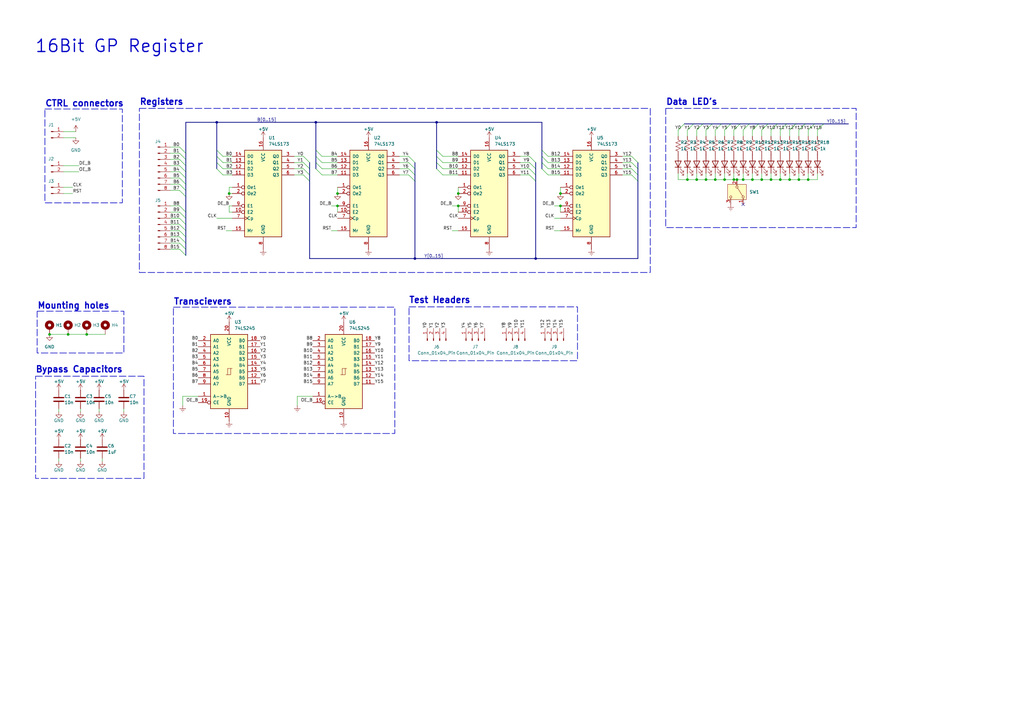
<source format=kicad_sch>
(kicad_sch (version 20231120) (generator "eeschema") (generator_version "8.0")
  (paper "A3")
  (title_block (title "GP Register - SH8") (date "2024-09-24") (rev "1.0") (company "SHMERLARD"))
  (junction (at 20.32 137.16))
  (junction (at 316.23 73.66))
  (junction (at 302.26 73.66))
  (junction (at 170.18 106.045))
  (junction (at 179.07 50.165))
  (junction (at 312.42 73.66))
  (junction (at 129.54 50.165))
  (junction (at 219.71 106.045))
  (junction (at 138.43 84.455))
  (junction (at 289.56 73.66))
  (junction (at 187.96 79.375))
  (junction (at 308.61 73.66))
  (junction (at 27.94 137.16))
  (junction (at 138.43 79.375))
  (junction (at 187.96 84.455))
  (junction (at 304.8 73.66))
  (junction (at 35.56 137.16))
  (junction (at 93.98 79.375))
  (junction (at 285.75 73.66))
  (junction (at 331.47 73.66))
  (junction (at 88.9 50.165))
  (junction (at 327.66 73.66))
  (junction (at 323.85 73.66))
  (junction (at 300.99 73.66))
  (junction (at 293.37 73.66))
  (junction (at 297.18 73.66))
  (junction (at 229.87 84.455))
  (junction (at 320.04 73.66))
  (junction (at 229.87 79.375))
  (junction (at 281.94 73.66))
  (no_connect (at 304.8 83.82))
  (bus_entry (at 278.13 53.34) (size 2.54 -2.54))
  (bus_entry (at 124.46 71.755) (size 2.54 2.54))
  (bus_entry (at 331.47 53.34) (size 2.54 -2.54))
  (bus_entry (at 308.61 53.34) (size 2.54 -2.54))
  (bus_entry (at 73.66 86.995) (size 2.54 2.54))
  (bus_entry (at 224.79 64.135) (size -2.54 -2.54))
  (bus_entry (at 73.66 60.325) (size 2.54 2.54))
  (bus_entry (at 73.66 65.405) (size 2.54 2.54))
  (bus_entry (at 167.64 66.675) (size 2.54 2.54))
  (bus_entry (at 124.46 64.135) (size 2.54 2.54))
  (bus_entry (at 181.61 69.215) (size -2.54 -2.54))
  (bus_entry (at 181.61 71.755) (size -2.54 -2.54))
  (bus_entry (at 73.66 73.025) (size 2.54 2.54))
  (bus_entry (at 259.08 64.135) (size 2.54 2.54))
  (bus_entry (at 167.64 64.135) (size 2.54 2.54))
  (bus_entry (at 217.17 69.215) (size 2.54 2.54))
  (bus_entry (at 181.61 64.135) (size -2.54 -2.54))
  (bus_entry (at 73.66 75.565) (size 2.54 2.54))
  (bus_entry (at 132.08 71.755) (size -2.54 -2.54))
  (bus_entry (at 217.17 71.755) (size 2.54 2.54))
  (bus_entry (at 259.08 66.675) (size 2.54 2.54))
  (bus_entry (at 132.08 66.675) (size -2.54 -2.54))
  (bus_entry (at 285.75 53.34) (size 2.54 -2.54))
  (bus_entry (at 327.66 53.34) (size 2.54 -2.54))
  (bus_entry (at 167.64 69.215) (size 2.54 2.54))
  (bus_entry (at 224.79 66.675) (size -2.54 -2.54))
  (bus_entry (at 259.08 69.215) (size 2.54 2.54))
  (bus_entry (at 73.66 62.865) (size 2.54 2.54))
  (bus_entry (at 312.42 53.34) (size 2.54 -2.54))
  (bus_entry (at 132.08 69.215) (size -2.54 -2.54))
  (bus_entry (at 320.04 53.34) (size 2.54 -2.54))
  (bus_entry (at 224.79 71.755) (size -2.54 -2.54))
  (bus_entry (at 289.56 53.34) (size 2.54 -2.54))
  (bus_entry (at 124.46 66.675) (size 2.54 2.54))
  (bus_entry (at 217.17 66.675) (size 2.54 2.54))
  (bus_entry (at 323.85 53.34) (size 2.54 -2.54))
  (bus_entry (at 281.94 53.34) (size 2.54 -2.54))
  (bus_entry (at 181.61 66.675) (size -2.54 -2.54))
  (bus_entry (at 224.79 69.215) (size -2.54 -2.54))
  (bus_entry (at 335.28 53.34) (size 2.54 -2.54))
  (bus_entry (at 73.66 94.615) (size 2.54 2.54))
  (bus_entry (at 300.99 53.34) (size 2.54 -2.54))
  (bus_entry (at 73.66 102.235) (size 2.54 2.54))
  (bus_entry (at 73.66 92.075) (size 2.54 2.54))
  (bus_entry (at 73.66 97.155) (size 2.54 2.54))
  (bus_entry (at 259.08 71.755) (size 2.54 2.54))
  (bus_entry (at 304.8 53.34) (size 2.54 -2.54))
  (bus_entry (at 73.66 67.945) (size 2.54 2.54))
  (bus_entry (at 91.44 69.215) (size -2.54 -2.54))
  (bus_entry (at 73.66 70.485) (size 2.54 2.54))
  (bus_entry (at 297.18 53.34) (size 2.54 -2.54))
  (bus_entry (at 316.23 53.34) (size 2.54 -2.54))
  (bus_entry (at 73.66 78.105) (size 2.54 2.54))
  (bus_entry (at 167.64 71.755) (size 2.54 2.54))
  (bus_entry (at 217.17 64.135) (size 2.54 2.54))
  (bus_entry (at 124.46 69.215) (size 2.54 2.54))
  (bus_entry (at 91.44 71.755) (size -2.54 -2.54))
  (bus_entry (at 73.66 89.535) (size 2.54 2.54))
  (bus_entry (at 91.44 66.675) (size -2.54 -2.54))
  (bus_entry (at 91.44 64.135) (size -2.54 -2.54))
  (bus_entry (at 73.66 84.455) (size 2.54 2.54))
  (bus_entry (at 73.66 99.695) (size 2.54 2.54))
  (bus_entry (at 293.37 53.34) (size 2.54 -2.54))
  (bus_entry (at 132.08 64.135) (size -2.54 -2.54))
  (bus (pts (xy 288.29 50.8) (xy 292.1 50.8)))
  (wire (pts (xy 213.36 66.675) (xy 217.17 66.675)))
  (wire (pts (xy 187.96 84.455) (xy 185.42 84.455)))
  (wire (pts (xy 91.44 66.675) (xy 95.25 66.675)))
  (bus (pts (xy 127 106.045) (xy 170.18 106.045)))
  (bus (pts (xy 129.54 66.675) (xy 129.54 69.215)))
  (wire (pts (xy 69.85 78.105) (xy 73.66 78.105)))
  (wire (pts (xy 33.02 187.96) (xy 33.02 189.23)))
  (wire (pts (xy 320.04 53.34) (xy 320.04 55.88)))
  (bus (pts (xy 326.39 50.8) (xy 330.2 50.8)))
  (bus (pts (xy 284.48 50.8) (xy 288.29 50.8)))
  (wire (pts (xy 331.47 73.66) (xy 335.28 73.66)))
  (bus (pts (xy 76.2 65.405) (xy 76.2 62.865)))
  (wire (pts (xy 229.87 79.375) (xy 229.87 76.835)))
  (bus (pts (xy 322.58 50.8) (xy 326.39 50.8)))
  (wire (pts (xy 316.23 53.34) (xy 316.23 55.88)))
  (bus (pts (xy 334.01 50.8) (xy 337.82 50.8)))
  (wire (pts (xy 289.56 53.34) (xy 289.56 55.88)))
  (bus (pts (xy 88.9 64.135) (xy 88.9 61.595)))
  (bus (pts (xy 129.54 50.165) (xy 129.54 61.595)))
  (wire (pts (xy 132.08 71.755) (xy 138.43 71.755)))
  (wire (pts (xy 73.66 99.695) (xy 69.85 99.695)))
  (wire (pts (xy 300.99 73.66) (xy 300.99 71.12)))
  (wire (pts (xy 163.83 66.675) (xy 167.64 66.675)))
  (bus (pts (xy 219.71 66.675) (xy 219.71 69.215)))
  (bus (pts (xy 222.25 66.675) (xy 222.25 69.215)))
  (bus (pts (xy 337.82 50.8) (xy 347.98 50.8)))
  (bus (pts (xy 76.2 73.025) (xy 76.2 75.565)))
  (wire (pts (xy 304.8 73.66) (xy 308.61 73.66)))
  (wire (pts (xy 93.98 86.995) (xy 95.25 86.995)))
  (wire (pts (xy 285.75 73.66) (xy 289.56 73.66)))
  (bus (pts (xy 127 69.215) (xy 127 71.755)))
  (wire (pts (xy 69.85 62.865) (xy 73.66 62.865)))
  (wire (pts (xy 293.37 73.66) (xy 293.37 71.12)))
  (wire (pts (xy 88.9 89.535) (xy 95.25 89.535)))
  (bus (pts (xy 261.62 66.675) (xy 261.62 69.215)))
  (wire (pts (xy 255.27 69.215) (xy 259.08 69.215)))
  (bus (pts (xy 219.71 71.755) (xy 219.71 74.295)))
  (bus (pts (xy 76.2 86.995) (xy 76.2 89.535)))
  (bus (pts (xy 170.18 74.295) (xy 170.18 106.045)))
  (bus (pts (xy 314.96 50.8) (xy 318.77 50.8)))
  (wire (pts (xy 185.42 94.615) (xy 187.96 94.615)))
  (bus (pts (xy 299.72 50.8) (xy 303.53 50.8)))
  (bus (pts (xy 76.2 97.155) (xy 76.2 99.695)))
  (wire (pts (xy 24.13 187.96) (xy 24.13 189.23)))
  (wire (pts (xy 308.61 73.66) (xy 312.42 73.66)))
  (bus (pts (xy 222.25 64.135) (xy 222.25 66.675)))
  (wire (pts (xy 327.66 73.66) (xy 327.66 71.12)))
  (wire (pts (xy 316.23 73.66) (xy 320.04 73.66)))
  (wire (pts (xy 41.91 187.96) (xy 41.91 189.23)))
  (wire (pts (xy 35.56 137.16) (xy 43.18 137.16)))
  (wire (pts (xy 312.42 53.34) (xy 312.42 55.88)))
  (wire (pts (xy 187.96 79.375) (xy 187.96 76.835)))
  (wire (pts (xy 91.44 71.755) (xy 95.25 71.755)))
  (bus (pts (xy 76.2 70.485) (xy 76.2 73.025)))
  (bus (pts (xy 261.62 69.215) (xy 261.62 71.755)))
  (bus (pts (xy 170.18 71.755) (xy 170.18 74.295)))
  (bus (pts (xy 76.2 70.485) (xy 76.2 67.945)))
  (wire (pts (xy 93.98 79.375) (xy 95.25 79.375)))
  (bus (pts (xy 261.62 74.295) (xy 261.62 106.045)))
  (wire (pts (xy 304.8 73.66) (xy 304.8 71.12)))
  (wire (pts (xy 278.13 73.66) (xy 281.94 73.66)))
  (wire (pts (xy 327.66 73.66) (xy 331.47 73.66)))
  (bus (pts (xy 170.18 106.045) (xy 219.71 106.045)))
  (wire (pts (xy 93.98 84.455) (xy 95.25 84.455)))
  (bus (pts (xy 88.9 69.215) (xy 88.9 66.675)))
  (wire (pts (xy 121.92 162.56) (xy 128.27 162.56)))
  (wire (pts (xy 132.08 66.675) (xy 138.43 66.675)))
  (wire (pts (xy 278.13 53.34) (xy 278.13 55.88)))
  (wire (pts (xy 281.94 53.34) (xy 281.94 55.88)))
  (wire (pts (xy 132.08 69.215) (xy 138.43 69.215)))
  (wire (pts (xy 120.65 64.135) (xy 124.46 64.135)))
  (bus (pts (xy 261.62 71.755) (xy 261.62 74.295)))
  (bus (pts (xy 219.71 69.215) (xy 219.71 71.755)))
  (bus (pts (xy 88.9 50.165) (xy 88.9 61.595)))
  (wire (pts (xy 73.66 97.155) (xy 69.85 97.155)))
  (bus (pts (xy 129.54 50.165) (xy 179.07 50.165)))
  (wire (pts (xy 27.94 137.16) (xy 35.56 137.16)))
  (wire (pts (xy 281.94 73.66) (xy 281.94 71.12)))
  (wire (pts (xy 73.66 86.995) (xy 69.85 86.995)))
  (wire (pts (xy 135.89 94.615) (xy 138.43 94.615)))
  (bus (pts (xy 88.9 50.165) (xy 129.54 50.165)))
  (bus (pts (xy 222.25 50.165) (xy 222.25 61.595)))
  (wire (pts (xy 213.36 71.755) (xy 217.17 71.755)))
  (bus (pts (xy 76.2 92.075) (xy 76.2 94.615)))
  (wire (pts (xy 323.85 73.66) (xy 327.66 73.66)))
  (bus (pts (xy 311.15 50.8) (xy 314.96 50.8)))
  (bus (pts (xy 219.71 106.045) (xy 261.62 106.045)))
  (bus (pts (xy 76.2 67.945) (xy 76.2 65.405)))
  (bus (pts (xy 88.9 66.675) (xy 88.9 64.135)))
  (wire (pts (xy 297.18 53.34) (xy 297.18 55.88)))
  (bus (pts (xy 295.91 50.8) (xy 299.72 50.8)))
  (wire (pts (xy 213.36 69.215) (xy 217.17 69.215)))
  (bus (pts (xy 127 66.675) (xy 127 69.215)))
  (wire (pts (xy 32.385 70.485) (xy 26.035 70.485)))
  (bus (pts (xy 76.2 50.165) (xy 88.9 50.165)))
  (wire (pts (xy 73.66 84.455) (xy 69.85 84.455)))
  (bus (pts (xy 127 74.295) (xy 127 106.045)))
  (wire (pts (xy 320.04 73.66) (xy 320.04 71.12)))
  (wire (pts (xy 95.25 76.835) (xy 93.98 76.835)))
  (wire (pts (xy 229.87 86.995) (xy 229.87 84.455)))
  (wire (pts (xy 213.36 64.135) (xy 217.17 64.135)))
  (wire (pts (xy 120.65 69.215) (xy 124.46 69.215)))
  (wire (pts (xy 93.98 84.455) (xy 93.98 86.995)))
  (bus (pts (xy 76.2 78.105) (xy 76.2 75.565)))
  (wire (pts (xy 278.13 73.66) (xy 278.13 71.12)))
  (bus (pts (xy 76.2 104.775) (xy 76.2 102.235)))
  (bus (pts (xy 303.53 50.8) (xy 307.34 50.8)))
  (wire (pts (xy 224.79 69.215) (xy 229.87 69.215)))
  (bus (pts (xy 330.2 50.8) (xy 334.01 50.8)))
  (bus (pts (xy 179.07 64.135) (xy 179.07 66.675)))
  (wire (pts (xy 40.64 167.64) (xy 40.64 168.91)))
  (bus (pts (xy 179.07 61.595) (xy 179.07 50.165)))
  (bus (pts (xy 179.07 50.165) (xy 222.25 50.165)))
  (wire (pts (xy 138.43 86.995) (xy 138.43 84.455)))
  (wire (pts (xy 33.02 167.64) (xy 33.02 168.91)))
  (wire (pts (xy 69.85 65.405) (xy 73.66 65.405)))
  (wire (pts (xy 187.96 86.995) (xy 187.96 84.455)))
  (wire (pts (xy 69.85 75.565) (xy 73.66 75.565)))
  (wire (pts (xy 289.56 73.66) (xy 293.37 73.66)))
  (wire (pts (xy 331.47 73.66) (xy 331.47 71.12)))
  (wire (pts (xy 163.83 71.755) (xy 167.64 71.755)))
  (wire (pts (xy 293.37 53.34) (xy 293.37 55.88)))
  (bus (pts (xy 76.2 62.865) (xy 76.2 50.165)))
  (wire (pts (xy 289.56 73.66) (xy 289.56 71.12)))
  (wire (pts (xy 335.28 53.34) (xy 335.28 55.88)))
  (wire (pts (xy 229.87 84.455) (xy 227.33 84.455)))
  (wire (pts (xy 69.85 73.025) (xy 73.66 73.025)))
  (wire (pts (xy 92.71 94.615) (xy 95.25 94.615)))
  (wire (pts (xy 300.99 53.34) (xy 300.99 55.88)))
  (wire (pts (xy 181.61 66.675) (xy 187.96 66.675)))
  (wire (pts (xy 132.08 64.135) (xy 138.43 64.135)))
  (wire (pts (xy 255.27 66.675) (xy 259.08 66.675)))
  (bus (pts (xy 307.34 50.8) (xy 311.15 50.8)))
  (wire (pts (xy 73.66 89.535) (xy 69.85 89.535)))
  (wire (pts (xy 331.47 53.34) (xy 331.47 55.88)))
  (wire (pts (xy 229.87 89.535) (xy 227.33 89.535)))
  (bus (pts (xy 76.2 99.695) (xy 76.2 102.235)))
  (bus (pts (xy 179.07 66.675) (xy 179.07 69.215)))
  (bus (pts (xy 76.2 92.075) (xy 76.2 89.535)))
  (wire (pts (xy 181.61 71.755) (xy 187.96 71.755)))
  (bus (pts (xy 292.1 50.8) (xy 295.91 50.8)))
  (bus (pts (xy 76.2 94.615) (xy 76.2 97.155)))
  (wire (pts (xy 91.44 69.215) (xy 95.25 69.215)))
  (wire (pts (xy 327.66 53.34) (xy 327.66 55.88)))
  (wire (pts (xy 26.035 76.835) (xy 29.845 76.835)))
  (bus (pts (xy 318.77 50.8) (xy 322.58 50.8)))
  (wire (pts (xy 281.94 73.66) (xy 285.75 73.66)))
  (wire (pts (xy 29.845 79.375) (xy 26.035 79.375)))
  (wire (pts (xy 69.85 60.325) (xy 73.66 60.325)))
  (wire (pts (xy 224.79 71.755) (xy 229.87 71.755)))
  (wire (pts (xy 91.44 64.135) (xy 95.25 64.135)))
  (wire (pts (xy 302.26 73.66) (xy 304.8 73.66)))
  (wire (pts (xy 227.33 94.615) (xy 229.87 94.615)))
  (wire (pts (xy 121.92 166.37) (xy 121.92 162.56)))
  (wire (pts (xy 50.8 167.64) (xy 50.8 168.91)))
  (bus (pts (xy 170.18 69.215) (xy 170.18 71.755)))
  (wire (pts (xy 320.04 73.66) (xy 323.85 73.66)))
  (wire (pts (xy 73.66 92.075) (xy 69.85 92.075)))
  (wire (pts (xy 255.27 71.755) (xy 259.08 71.755)))
  (wire (pts (xy 297.18 73.66) (xy 300.99 73.66)))
  (bus (pts (xy 179.07 61.595) (xy 179.07 64.135)))
  (wire (pts (xy 31.115 56.515) (xy 26.035 56.515)))
  (wire (pts (xy 138.43 84.455) (xy 135.89 84.455)))
  (wire (pts (xy 304.8 53.34) (xy 304.8 55.88)))
  (wire (pts (xy 255.27 64.135) (xy 259.08 64.135)))
  (wire (pts (xy 181.61 64.135) (xy 187.96 64.135)))
  (wire (pts (xy 163.83 64.135) (xy 167.64 64.135)))
  (bus (pts (xy 129.54 61.595) (xy 129.54 64.135)))
  (bus (pts (xy 219.71 74.295) (xy 219.71 106.045)))
  (wire (pts (xy 316.23 73.66) (xy 316.23 71.12)))
  (wire (pts (xy 323.85 53.34) (xy 323.85 55.88)))
  (wire (pts (xy 120.65 71.755) (xy 124.46 71.755)))
  (wire (pts (xy 285.75 53.34) (xy 285.75 55.88)))
  (wire (pts (xy 93.98 76.835) (xy 93.98 79.375)))
  (wire (pts (xy 74.93 166.37) (xy 74.93 162.56)))
  (wire (pts (xy 31.115 53.975) (xy 26.035 53.975)))
  (wire (pts (xy 323.85 73.66) (xy 323.85 71.12)))
  (wire (pts (xy 138.43 79.375) (xy 138.43 76.835)))
  (wire (pts (xy 224.79 66.675) (xy 229.87 66.675)))
  (wire (pts (xy 73.66 102.235) (xy 69.85 102.235)))
  (wire (pts (xy 308.61 53.34) (xy 308.61 55.88)))
  (wire (pts (xy 120.65 66.675) (xy 124.46 66.675)))
  (wire (pts (xy 73.66 94.615) (xy 69.85 94.615)))
  (wire (pts (xy 308.61 73.66) (xy 308.61 71.12)))
  (wire (pts (xy 163.83 69.215) (xy 167.64 69.215)))
  (wire (pts (xy 335.28 73.66) (xy 335.28 71.12)))
  (wire (pts (xy 74.93 162.56) (xy 81.28 162.56)))
  (wire (pts (xy 293.37 73.66) (xy 297.18 73.66)))
  (wire (pts (xy 312.42 73.66) (xy 316.23 73.66)))
  (bus (pts (xy 280.67 50.8) (xy 284.48 50.8)))
  (wire (pts (xy 224.79 64.135) (xy 229.87 64.135)))
  (wire (pts (xy 300.99 73.66) (xy 302.26 73.66)))
  (wire (pts (xy 297.18 73.66) (xy 297.18 71.12)))
  (wire (pts (xy 69.85 67.945) (xy 73.66 67.945)))
  (wire (pts (xy 20.32 137.16) (xy 27.94 137.16)))
  (bus (pts (xy 76.2 80.645) (xy 76.2 78.105)))
  (wire (pts (xy 69.85 70.485) (xy 73.66 70.485)))
  (bus (pts (xy 170.18 66.675) (xy 170.18 69.215)))
  (wire (pts (xy 285.75 73.66) (xy 285.75 71.12)))
  (wire (pts (xy 24.13 167.64) (xy 24.13 168.91)))
  (bus (pts (xy 222.25 61.595) (xy 222.25 64.135)))
  (wire (pts (xy 312.42 73.66) (xy 312.42 71.12)))
  (wire (pts (xy 26.035 67.945) (xy 32.385 67.945)))
  (bus (pts (xy 129.54 64.135) (xy 129.54 66.675)))
  (wire (pts (xy 181.61 69.215) (xy 187.96 69.215)))
  (bus (pts (xy 127 71.755) (xy 127 74.295)))
  (bus (pts (xy 76.2 86.995) (xy 76.2 80.645)))
  (rectangle (start 71.12 125.984) (end 161.925 177.8) (stroke (width 0.254) (type dash)))
  (rectangle (start 18.415 44.704) (end 50.165 83.185) (stroke (width 0.254) (type dash)))
  (rectangle (start 57.15 44.45) (end 266.7 111.76) (stroke (width 0.254) (type dash)))
  (rectangle (start 15.24 127.635) (end 50.8 144.78) (stroke (width 0.254) (type dash)))
  (rectangle (start 14.605 154.305) (end 59.055 196.215) (stroke (width 0.254) (type dash)))
  (rectangle (start 167.767 125.857) (end 236.855 147.955) (stroke (width 0.254) (type dash)))
  (rectangle (start 273.05 44.45) (end 351.155 93.345) (stroke (width 0.254) (type dash)))
  (text "16Bit GP Register" (at 14.224 19.05 0) (effects (font (size 5.08 5.08) (thickness 0.508) (bold yes)) (justify left)))
  (text "Data LED's\n" (at 273.05 41.91 0) (effects (font (size 2.54 2.54) (thickness 0.508) (bold yes)) (justify left)))
  (text "Bypass Capacitors\n" (at 14.478 151.638 0) (effects (font (size 2.54 2.54) (thickness 0.508) (bold yes)) (justify left)))
  (text "Registers" (at 57.15 41.91 0) (effects (font (size 2.54 2.54) (thickness 0.508) (bold yes)) (justify left)))
  (text "Mounting holes" (at 15.24 125.476 0) (effects (font (size 2.54 2.54) (thickness 0.508) (bold yes)) (justify left)))
  (text "Test Headers" (at 167.64 123.19 0) (effects (font (size 2.54 2.54) (thickness 0.508) (bold yes)) (justify left)))
  (text "CTRL connectors\n" (at 18.415 42.545 0) (effects (font (size 2.54 2.54) (thickness 0.508) (bold yes)) (justify left)))
  (text "Transcievers" (at 71.12 123.825 0) (effects (font (size 2.54 2.54) (thickness 0.508) (bold yes)) (justify left)))
  (label "Y15" (at 231.14 134.62 90))
  (label "Y12" (at 323.85 53.34 0))
  (label "Y2" (at 285.75 53.34 0))
  (label "B5" (at 138.43 66.675 180))
  (label "Y7" (at 106.68 157.48 0))
  (label "B10" (at 73.66 89.535 180))
  (label "B5" (at 73.66 73.025 180))
  (label "B11" (at 128.27 147.32 180))
  (label "DE_B" (at 135.89 84.455 180))
  (label "Y12" (at 223.52 134.62 90))
  (label "DE_B" (at 93.98 84.455 180))
  (label "Y11" (at 320.04 53.34 0))
  (label "CLK" (at 138.43 89.535 180))
  (label "B6" (at 138.43 69.215 180))
  (label "Y10" (at 212.725 134.62 90))
  (label "Y11" (at 153.67 147.32 0))
  (label "B9" (at 128.27 142.24 180))
  (label "Y1" (at 177.8 134.62 90))
  (label "OE_B" (at 32.385 70.485 0))
  (label "Y6" (at 167.64 69.215 180))
  (label "OE_B" (at 128.27 165.1 180))
  (label "Y9" (at 217.17 66.675 180))
  (label "B13" (at 73.66 97.155 180))
  (label "B2" (at 73.66 65.405 180))
  (label "B12" (at 73.66 94.615 180))
  (label "Y8" (at 153.67 139.7 0))
  (label "Y6" (at 196.215 134.62 90))
  (label "B4" (at 138.43 64.135 180))
  (label "B7" (at 138.43 71.755 180))
  (label "B1" (at 81.28 142.24 180))
  (label "Y2" (at 124.46 69.215 180))
  (label "Y12" (at 259.08 64.135 180))
  (label "B1" (at 92.71 66.675 0))
  (label "Y14" (at 153.67 154.94 0))
  (label "Y14" (at 259.08 69.215 180))
  (label "Y10" (at 153.67 144.78 0))
  (label "Y2" (at 180.34 134.62 90))
  (label "RST" (at 227.33 94.615 180))
  (label "Y[0..15]" (at 339.09 50.8 0))
  (label "B2" (at 81.28 144.78 180))
  (label "Y8" (at 207.645 134.62 90))
  (label "Y0" (at 106.68 139.7 0))
  (label "Y7" (at 304.8 53.34 0))
  (label "B2" (at 92.71 69.215 0))
  (label "OE_B" (at 81.28 165.1 180))
  (label "B3" (at 81.28 147.32 180))
  (label "Y9" (at 210.185 134.62 90))
  (label "Y3" (at 289.56 53.34 0))
  (label "B14" (at 73.66 99.695 180))
  (label "Y13" (at 226.06 134.62 90))
  (label "B14" (at 229.87 69.215 180))
  (label "B15" (at 73.66 102.235 180))
  (label "B13" (at 128.27 152.4 180))
  (label "CLK" (at 187.96 89.535 180))
  (label "B0" (at 81.28 139.7 180))
  (label "B8" (at 187.96 64.135 180))
  (label "B12" (at 128.27 149.86 180))
  (label "B9" (at 187.96 66.675 180))
  (label "Y13" (at 259.08 66.675 180))
  (label "Y4" (at 167.64 64.135 180))
  (label "Y9" (at 312.42 53.34 0))
  (label "B10" (at 128.27 144.78 180))
  (label "Y1" (at 281.94 53.34 0))
  (label "B8" (at 128.27 139.7 180))
  (label "Y0" (at 175.26 134.62 90))
  (label "B7" (at 73.66 78.105 180))
  (label "B7" (at 81.28 157.48 180))
  (label "Y5" (at 297.18 53.34 0))
  (label "B11" (at 73.66 92.075 180))
  (label "Y13" (at 153.67 152.4 0))
  (label "B11" (at 187.96 71.755 180))
  (label "Y7" (at 167.64 71.755 180))
  (label "CLK" (at 29.845 76.835 0))
  (label "Y15" (at 259.08 71.755 180))
  (label "Y10" (at 316.23 53.34 0))
  (label "RST" (at 185.42 94.615 180))
  (label "Y5" (at 167.64 66.675 180))
  (label "Y3" (at 124.46 71.755 180))
  (label "Y0" (at 278.13 53.34 0))
  (label "B0" (at 95.25 64.135 180))
  (label "RST" (at 135.89 94.615 180))
  (label "Y0" (at 124.46 64.135 180))
  (label "B6" (at 73.66 75.565 180))
  (label "B3" (at 92.71 71.755 0))
  (label "Y13" (at 327.66 53.34 0))
  (label "B13" (at 229.87 66.675 180))
  (label "B[0..15]" (at 105.41 50.165 0))
  (label "Y[0..15]" (at 173.99 106.045 0))
  (label "Y15" (at 153.67 157.48 0))
  (label "Y4" (at 191.135 134.62 90))
  (label "DE_B" (at 185.42 84.455 180))
  (label "DE_B" (at 227.33 84.455 180))
  (label "B12" (at 229.87 64.135 180))
  (label "CLK" (at 88.9 89.535 180))
  (label "B15" (at 229.87 71.755 180))
  (label "B10" (at 187.96 69.215 180))
  (label "Y5" (at 106.68 152.4 0))
  (label "Y14" (at 228.6 134.62 90))
  (label "Y10" (at 217.17 69.215 180))
  (label "Y2" (at 106.68 144.78 0))
  (label "Y8" (at 308.61 53.34 0))
  (label "Y1" (at 106.68 142.24 0))
  (label "B1" (at 73.66 62.865 180))
  (label "RST" (at 29.845 79.375 0))
  (label "Y5" (at 193.675 134.62 90))
  (label "Y6" (at 106.68 154.94 0))
  (label "Y3" (at 106.68 147.32 0))
  (label "Y8" (at 217.17 64.135 180))
  (label "B0" (at 73.66 60.325 180))
  (label "B8" (at 73.66 84.455 180))
  (label "Y4" (at 293.37 53.34 0))
  (label "B4" (at 81.28 149.86 180))
  (label "Y3" (at 182.88 134.62 90))
  (label "CLK" (at 227.33 89.535 180))
  (label "B9" (at 73.66 86.995 180))
  (label "B6" (at 81.28 154.94 180))
  (label "Y7" (at 198.755 134.62 90))
  (label "B14" (at 128.27 154.94 180))
  (label "RST" (at 92.71 94.615 180))
  (label "B3" (at 73.66 67.945 180))
  (label "DE_B" (at 32.385 67.945 0))
  (label "Y11" (at 217.17 71.755 180))
  (label "Y11" (at 215.265 134.62 90))
  (label "B5" (at 81.28 152.4 180))
  (label "Y15" (at 335.28 53.34 0))
  (label "B15" (at 128.27 157.48 180))
  (label "Y1" (at 124.46 66.675 180))
  (label "B4" (at 73.66 70.485 180))
  (label "Y14" (at 331.47 53.34 0))
  (label "Y4" (at 106.68 149.86 0))
  (label "Y6" (at 300.99 53.34 0))
  (label "Y9" (at 153.67 142.24 0))
  (label "Y12" (at 153.67 149.86 0))
  (symbol (lib_id "Device:R_US") (at 316.23 59.69 0) (unit 1)
    (property "Reference" "R13" (at 317.246 58.42 0) (effects (justify left)))
    (property "Value" "1k" (at 317.246 60.96 0) (effects (justify left)))
    (property "Footprint" "Resistor_THT:R_Axial_DIN0204_L3.6mm_D1.6mm_P7.62mm_Horizontal" (effects (hide yes)))
    (property "Description" "Resistor, US symbol" (effects (hide yes)))
  )
  (symbol (lib_id "Connector:Conn_01x08_Pin") (at 64.77 67.945 0) (unit 1)
    (property "Reference" "J4" (at 64.77 58.039 0))
    (property "Value" "Conn_01x08_Pin" (effects (hide yes)))
    (property "Footprint" "Connector_JST:JST_XH_S8B-XH-A-1_1x08_P2.50mm_Horizontal" (effects (hide yes)))
    (property "Description" "Generic connector, single row, 01x08, script generated" (effects (hide yes)))
  )
  (symbol (lib_id "power:+5V") (at 200.66 56.515 0) (unit 1)
    (property "Reference" "#PWR025" (effects (hide yes)))
    (property "Value" "+5V" (at 200.66 52.959 0))
    (property "Description" "Power symbol creates a global label with name \"+5V\"" (effects (hide yes)))
  )
  (symbol (lib_id "power:+5V") (at 40.64 160.02 0) (unit 1)
    (property "Reference" "#PWR011" (effects (hide yes)))
    (property "Value" "+5V" (at 40.64 156.464 0))
    (property "Description" "Power symbol creates a global label with name \"+5V\"" (effects (hide yes)))
  )
  (symbol (lib_id "power:GND") (at 50.8 168.91 0) (unit 1)
    (property "Reference" "#PWR016" (effects (hide yes)))
    (property "Value" "GND" (at 50.8 172.466 0))
    (property "Description" "Power symbol creates a global label with name \"GND\" , ground" (effects (hide yes)))
  )
  (symbol (lib_id "Device:R_US") (at 312.42 59.69 0) (unit 1)
    (property "Reference" "R12" (at 313.436 58.42 0) (effects (justify left)))
    (property "Value" "1k" (at 313.436 60.96 0) (effects (justify left)))
    (property "Footprint" "Resistor_THT:R_Axial_DIN0204_L3.6mm_D1.6mm_P7.62mm_Horizontal" (effects (hide yes)))
    (property "Description" "Resistor, US symbol" (effects (hide yes)))
  )
  (symbol (lib_id "Device:LED") (at 293.37 67.31 90) (unit 1)
    (property "Reference" "D5" (effects (hide yes)))
    (property "Value" "LED" (effects (hide yes)))
    (property "Footprint" "LED_THT:LED_Rectangular_W3.0mm_H2.0mm" (effects (hide yes)))
    (property "Description" "Light emitting diode" (effects (hide yes)))
  )
  (symbol (lib_id "74xx:74LS173") (at 242.57 79.375 0) (unit 1)
    (property "Reference" "U5" (at 244.7641 56.515 0) (effects (justify left)))
    (property "Value" "74LS173" (at 244.7641 59.055 0) (effects (justify left)))
    (property "Footprint" "Package_DIP:DIP-16_W7.62mm_Socket_LongPads" (effects (hide yes)))
    (property "Datasheet" "http://www.ti.com/lit/gpn/sn74LS173" (effects (hide yes)))
    (property "Description" "4-bit D-type Register, 3 state out" (effects (hide yes)))
  )
  (symbol (lib_id "power:+5V") (at 140.97 132.08 0) (unit 1)
    (property "Reference" "#PWR034" (effects (hide yes)))
    (property "Value" "+5V" (at 140.97 128.524 0))
    (property "Description" "Power symbol creates a global label with name \"+5V\"" (effects (hide yes)))
  )
  (symbol (lib_id "Device:R_US") (at 308.61 59.69 0) (unit 1)
    (property "Reference" "R10" (at 309.626 58.42 0) (effects (justify left)))
    (property "Value" "1k" (at 309.626 60.96 0) (effects (justify left)))
    (property "Footprint" "Resistor_THT:R_Axial_DIN0204_L3.6mm_D1.6mm_P7.62mm_Horizontal" (effects (hide yes)))
    (property "Description" "Resistor, US symbol" (effects (hide yes)))
  )
  (symbol (lib_id "power:+5V") (at 50.8 160.02 0) (unit 1)
    (property "Reference" "#PWR015" (effects (hide yes)))
    (property "Value" "+5V" (at 50.8 156.464 0))
    (property "Description" "Power symbol creates a global label with name \"+5V\"" (effects (hide yes)))
  )
  (symbol (lib_id "power:Earth") (at 74.93 166.37 0) (unit 1)
    (property "Reference" "#PWR037" (effects (hide yes)))
    (property "Value" "GND" (effects (hide yes)))
    (property "Description" "Power symbol creates a global label with name \"Earth\"" (effects (hide yes)))
  )
  (symbol (lib_id "Device:C") (at 41.91 184.15 0) (unit 1)
    (property "Reference" "C6" (at 44.196 182.88 0) (effects (justify left)))
    (property "Value" "1uF" (at 44.196 185.42 0) (effects (justify left)))
    (property "Footprint" "Capacitor_THT:C_Radial_D6.3mm_H11.0mm_P2.50mm" (effects (hide yes)))
    (property "Description" "Unpolarized capacitor" (effects (hide yes)))
  )
  (symbol (lib_id "power:Earth") (at 140.97 172.72 0) (unit 1)
    (property "Reference" "#PWR033" (effects (hide yes)))
    (property "Value" "GND" (effects (hide yes)))
    (property "Description" "Power symbol creates a global label with name \"Earth\"" (effects (hide yes)))
  )
  (symbol (lib_id "Mechanical:MountingHole_Pad") (at 20.32 134.62 0) (unit 1) (exclude_from_sim yes) (in_bom no)
    (property "Reference" "H1" (at 22.86 133.3499 0) (effects (justify left)))
    (property "Value" "MountingHole_Pad" (effects (hide yes)))
    (property "Footprint" "MountingHole:MountingHole_2.2mm_M2_DIN965_Pad" (effects (hide yes)))
    (property "Description" "Mounting Hole with connection" (effects (hide yes)))
  )
  (symbol (lib_id "Device:R_US") (at 293.37 59.69 0) (unit 1)
    (property "Reference" "R6" (at 294.386 58.42 0) (effects (justify left)))
    (property "Value" "1k" (at 294.386 60.96 0) (effects (justify left)))
    (property "Footprint" "Resistor_THT:R_Axial_DIN0204_L3.6mm_D1.6mm_P7.62mm_Horizontal" (effects (hide yes)))
    (property "Description" "Resistor, US symbol" (effects (hide yes)))
  )
  (symbol (lib_id "Device:R_US") (at 285.75 59.69 0) (unit 1)
    (property "Reference" "R4" (at 286.766 58.42 0) (effects (justify left)))
    (property "Value" "1k" (at 286.766 60.96 0) (effects (justify left)))
    (property "Footprint" "Resistor_THT:R_Axial_DIN0204_L3.6mm_D1.6mm_P7.62mm_Horizontal" (effects (hide yes)))
    (property "Description" "Resistor, US symbol" (effects (hide yes)))
  )
  (symbol (lib_id "Connector:Conn_01x02_Pin") (at 20.955 76.835 0) (unit 1)
    (property "Reference" "J3" (at 20.955 74.295 0))
    (property "Value" "Conn_01x02_Pin" (effects (hide yes)))
    (property "Footprint" "Connector_JST:JST_XH_S2B-XH-A_1x02_P2.50mm_Horizontal" (effects (hide yes)))
    (property "Description" "Generic connector, single row, 01x02, script generated" (effects (hide yes)))
  )
  (symbol (lib_id "Device:LED") (at 323.85 67.31 90) (unit 1)
    (property "Reference" "D13" (effects (hide yes)))
    (property "Value" "LED" (effects (hide yes)))
    (property "Footprint" "LED_THT:LED_Rectangular_W3.0mm_H2.0mm" (effects (hide yes)))
    (property "Description" "Light emitting diode" (effects (hide yes)))
  )
  (symbol (lib_id "Device:R_US") (at 300.99 59.69 0) (unit 1)
    (property "Reference" "R8" (at 302.006 58.42 0) (effects (justify left)))
    (property "Value" "1k" (at 302.006 60.96 0) (effects (justify left)))
    (property "Footprint" "Resistor_THT:R_Axial_DIN0204_L3.6mm_D1.6mm_P7.62mm_Horizontal" (effects (hide yes)))
    (property "Description" "Resistor, US symbol" (effects (hide yes)))
  )
  (symbol (lib_id "Device:LED") (at 300.99 67.31 90) (unit 1)
    (property "Reference" "D7" (effects (hide yes)))
    (property "Value" "LED" (effects (hide yes)))
    (property "Footprint" "LED_THT:LED_Rectangular_W3.0mm_H2.0mm" (effects (hide yes)))
    (property "Description" "Light emitting diode" (effects (hide yes)))
  )
  (symbol (lib_id "power:+5V") (at 93.98 132.08 0) (unit 1)
    (property "Reference" "#PWR027" (effects (hide yes)))
    (property "Value" "+5V" (at 93.98 128.524 0))
    (property "Description" "Power symbol creates a global label with name \"+5V\"" (effects (hide yes)))
  )
  (symbol (lib_id "power:+5V") (at 41.91 180.34 0) (unit 1)
    (property "Reference" "#PWR013" (effects (hide yes)))
    (property "Value" "+5V" (at 41.91 176.784 0))
    (property "Description" "Power symbol creates a global label with name \"+5V\"" (effects (hide yes)))
  )
  (symbol (lib_id "power:GND") (at 24.13 189.23 0) (unit 1)
    (property "Reference" "#PWR04" (effects (hide yes)))
    (property "Value" "GND" (at 24.13 192.786 0))
    (property "Description" "Power symbol creates a global label with name \"GND\" , ground" (effects (hide yes)))
  )
  (symbol (lib_id "74xx:74LS245") (at 93.98 152.4 0) (unit 1)
    (property "Reference" "U3" (at 96.1741 132.08 0) (effects (justify left)))
    (property "Value" "74LS245" (at 96.1741 134.62 0) (effects (justify left)))
    (property "Footprint" "Package_DIP:DIP-20_W7.62mm_Socket_LongPads" (effects (hide yes)))
    (property "Datasheet" "http://www.ti.com/lit/gpn/sn74LS245" (effects (hide yes)))
    (property "Description" "Octal BUS Transceivers, 3-State outputs" (effects (hide yes)))
  )
  (symbol (lib_id "Device:R_US") (at 289.56 59.69 0) (unit 1)
    (property "Reference" "R5" (at 290.576 58.42 0) (effects (justify left)))
    (property "Value" "1k" (at 290.576 60.96 0) (effects (justify left)))
    (property "Footprint" "Resistor_THT:R_Axial_DIN0204_L3.6mm_D1.6mm_P7.62mm_Horizontal" (effects (hide yes)))
    (property "Description" "Resistor, US symbol" (effects (hide yes)))
  )
  (symbol (lib_id "Connector:Conn_01x04_Pin") (at 193.675 139.7 90) (unit 1)
    (property "Reference" "J7" (at 194.945 142.24 90))
    (property "Value" "Conn_01x04_Pin" (at 194.945 144.78 90))
    (property "Footprint" "Connector_PinHeader_2.54mm:PinHeader_1x04_P2.54mm_Vertical" (effects (hide yes)))
    (property "Description" "Generic connector, single row, 01x04, script generated" (effects (hide yes)))
  )
  (symbol (lib_id "power:+5V") (at 33.02 180.34 0) (unit 1)
    (property "Reference" "#PWR07" (effects (hide yes)))
    (property "Value" "+5V" (at 33.02 176.784 0))
    (property "Description" "Power symbol creates a global label with name \"+5V\"" (effects (hide yes)))
  )
  (symbol (lib_id "Device:R_US") (at 335.28 59.69 0) (unit 1)
    (property "Reference" "R18" (at 336.296 58.42 0) (effects (justify left)))
    (property "Value" "1k" (at 336.296 60.96 0) (effects (justify left)))
    (property "Footprint" "Resistor_THT:R_Axial_DIN0204_L3.6mm_D1.6mm_P7.62mm_Horizontal" (effects (hide yes)))
    (property "Description" "Resistor, US symbol" (effects (hide yes)))
  )
  (symbol (lib_id "power:+5V") (at 24.13 160.02 0) (unit 1)
    (property "Reference" "#PWR01" (effects (hide yes)))
    (property "Value" "+5V" (at 24.13 156.464 0))
    (property "Description" "Power symbol creates a global label with name \"+5V\"" (effects (hide yes)))
  )
  (symbol (lib_id "Device:C") (at 24.13 184.15 0) (unit 1)
    (property "Reference" "C2" (at 26.416 182.88 0) (effects (justify left)))
    (property "Value" "10n" (at 26.416 185.42 0) (effects (justify left)))
    (property "Footprint" "Capacitor_THT:C_Disc_D3.8mm_W2.6mm_P2.50mm" (effects (hide yes)))
    (property "Description" "Unpolarized capacitor" (effects (hide yes)))
  )
  (symbol (lib_id "Device:R_US") (at 297.18 59.69 0) (unit 1)
    (property "Reference" "R7" (at 298.196 58.42 0) (effects (justify left)))
    (property "Value" "1k" (at 298.196 60.96 0) (effects (justify left)))
    (property "Footprint" "Resistor_THT:R_Axial_DIN0204_L3.6mm_D1.6mm_P7.62mm_Horizontal" (effects (hide yes)))
    (property "Description" "Resistor, US symbol" (effects (hide yes)))
  )
  (symbol (lib_id "74xx:74LS173") (at 107.95 79.375 0) (unit 1)
    (property "Reference" "U1" (at 110.1441 56.515 0) (effects (justify left)))
    (property "Value" "74LS173" (at 110.1441 59.055 0) (effects (justify left)))
    (property "Footprint" "Package_DIP:DIP-16_W7.62mm_Socket_LongPads" (effects (hide yes)))
    (property "Datasheet" "http://www.ti.com/lit/gpn/sn74LS173" (effects (hide yes)))
    (property "Description" "4-bit D-type Register, 3 state out" (effects (hide yes)))
  )
  (symbol (lib_id "74xx:74LS173") (at 200.66 79.375 0) (unit 1)
    (property "Reference" "U4" (at 202.8541 56.515 0) (effects (justify left)))
    (property "Value" "74LS173" (at 202.8541 59.055 0) (effects (justify left)))
    (property "Footprint" "Package_DIP:DIP-16_W7.62mm_Socket_LongPads" (effects (hide yes)))
    (property "Datasheet" "http://www.ti.com/lit/gpn/sn74LS173" (effects (hide yes)))
    (property "Description" "4-bit D-type Register, 3 state out" (effects (hide yes)))
  )
  (symbol (lib_id "Device:LED") (at 289.56 67.31 90) (unit 1)
    (property "Reference" "D4" (effects (hide yes)))
    (property "Value" "LED" (effects (hide yes)))
    (property "Footprint" "LED_THT:LED_Rectangular_W3.0mm_H2.0mm" (effects (hide yes)))
    (property "Description" "Light emitting diode" (effects (hide yes)))
  )
  (symbol (lib_id "Device:LED") (at 281.94 67.31 90) (unit 1)
    (property "Reference" "D2" (effects (hide yes)))
    (property "Value" "LED" (effects (hide yes)))
    (property "Footprint" "LED_THT:LED_Rectangular_W3.0mm_H2.0mm" (effects (hide yes)))
    (property "Description" "Light emitting diode" (effects (hide yes)))
  )
  (symbol (lib_id "power:GND") (at 20.32 137.16 0) (unit 1)
    (property "Reference" "#PWR018" (effects (hide yes)))
    (property "Value" "GND" (at 20.32 142.24 0))
    (property "Description" "Power symbol creates a global label with name \"GND\" , ground" (effects (hide yes)))
  )
  (symbol (lib_id "power:GND") (at 229.87 79.375 0) (unit 1)
    (property "Reference" "#PWR036" (effects (hide yes)))
    (property "Value" "GND" (effects (hide yes)))
    (property "Description" "Power symbol creates a global label with name \"GND\" , ground" (effects (hide yes)))
  )
  (symbol (lib_id "power:GND") (at 24.13 168.91 0) (unit 1)
    (property "Reference" "#PWR02" (effects (hide yes)))
    (property "Value" "GND" (at 24.13 172.466 0))
    (property "Description" "Power symbol creates a global label with name \"GND\" , ground" (effects (hide yes)))
  )
  (symbol (lib_id "power:+5V") (at 151.13 56.515 0) (unit 1)
    (property "Reference" "#PWR022" (effects (hide yes)))
    (property "Value" "+5V" (at 151.13 52.959 0))
    (property "Description" "Power symbol creates a global label with name \"+5V\"" (effects (hide yes)))
  )
  (symbol (lib_id "Device:LED") (at 304.8 67.31 90) (unit 1)
    (property "Reference" "D8" (effects (hide yes)))
    (property "Value" "LED" (effects (hide yes)))
    (property "Footprint" "LED_THT:LED_Rectangular_W3.0mm_H2.0mm" (effects (hide yes)))
    (property "Description" "Light emitting diode" (effects (hide yes)))
  )
  (symbol (lib_id "power:+5V") (at 33.02 160.02 0) (unit 1)
    (property "Reference" "#PWR05" (effects (hide yes)))
    (property "Value" "+5V" (at 33.02 156.464 0))
    (property "Description" "Power symbol creates a global label with name \"+5V\"" (effects (hide yes)))
  )
  (symbol (lib_id "power:GND") (at 40.64 168.91 0) (unit 1)
    (property "Reference" "#PWR012" (effects (hide yes)))
    (property "Value" "GND" (at 40.64 172.466 0))
    (property "Description" "Power symbol creates a global label with name \"GND\" , ground" (effects (hide yes)))
  )
  (symbol (lib_id "power:Earth") (at 107.95 102.235 0) (unit 1)
    (property "Reference" "#PWR020" (effects (hide yes)))
    (property "Value" "GND" (effects (hide yes)))
    (property "Description" "Power symbol creates a global label with name \"Earth\"" (effects (hide yes)))
  )
  (symbol (lib_id "power:GND") (at 187.96 79.375 0) (unit 1)
    (property "Reference" "#PWR030" (effects (hide yes)))
    (property "Value" "GND" (effects (hide yes)))
    (property "Description" "Power symbol creates a global label with name \"GND\" , ground" (effects (hide yes)))
  )
  (symbol (lib_id "Device:LED") (at 285.75 67.31 90) (unit 1)
    (property "Reference" "D3" (effects (hide yes)))
    (property "Value" "LED" (effects (hide yes)))
    (property "Footprint" "LED_THT:LED_Rectangular_W3.0mm_H2.0mm" (effects (hide yes)))
    (property "Description" "Light emitting diode" (effects (hide yes)))
  )
  (symbol (lib_id "power:Earth") (at 200.66 102.235 0) (unit 1)
    (property "Reference" "#PWR026" (effects (hide yes)))
    (property "Value" "GND" (effects (hide yes)))
    (property "Description" "Power symbol creates a global label with name \"Earth\"" (effects (hide yes)))
  )
  (symbol (lib_id "Connector:Conn_01x02_Pin") (at 20.955 67.945 0) (unit 1)
    (property "Reference" "J2" (at 20.955 65.151 0))
    (property "Value" "Conn_01x02_Pin" (effects (hide yes)))
    (property "Footprint" "Connector_JST:JST_XH_S2B-XH-A_1x02_P2.50mm_Horizontal" (effects (hide yes)))
    (property "Description" "Generic connector, single row, 01x02, script generated" (effects (hide yes)))
  )
  (symbol (lib_id "Device:C") (at 50.8 163.83 0) (unit 1)
    (property "Reference" "C7" (at 53.086 162.56 0) (effects (justify left)))
    (property "Value" "10n" (at 53.086 165.1 0) (effects (justify left)))
    (property "Footprint" "Capacitor_THT:C_Disc_D3.8mm_W2.6mm_P2.50mm" (effects (hide yes)))
    (property "Description" "Unpolarized capacitor" (effects (hide yes)))
  )
  (symbol (lib_id "74xx:74LS173") (at 151.13 79.375 0) (unit 1)
    (property "Reference" "U2" (at 153.3241 56.515 0) (effects (justify left)))
    (property "Value" "74LS173" (at 153.3241 59.055 0) (effects (justify left)))
    (property "Footprint" "Package_DIP:DIP-16_W7.62mm_Socket_LongPads" (effects (hide yes)))
    (property "Datasheet" "http://www.ti.com/lit/gpn/sn74LS173" (effects (hide yes)))
    (property "Description" "4-bit D-type Register, 3 state out" (effects (hide yes)))
  )
  (symbol (lib_id "Device:R_US") (at 331.47 59.69 0) (unit 1)
    (property "Reference" "R17" (at 332.486 58.42 0) (effects (justify left)))
    (property "Value" "1k" (at 332.486 60.96 0) (effects (justify left)))
    (property "Footprint" "Resistor_THT:R_Axial_DIN0204_L3.6mm_D1.6mm_P7.62mm_Horizontal" (effects (hide yes)))
    (property "Description" "Resistor, US symbol" (effects (hide yes)))
  )
  (symbol (lib_id "Connector:Conn_01x04_Pin") (at 177.8 139.7 90) (unit 1)
    (property "Reference" "J6" (at 179.07 142.24 90))
    (property "Value" "Conn_01x04_Pin" (at 179.07 144.78 90))
    (property "Footprint" "Connector_PinHeader_2.54mm:PinHeader_1x04_P2.54mm_Vertical" (effects (hide yes)))
    (property "Description" "Generic connector, single row, 01x04, script generated" (effects (hide yes)))
  )
  (symbol (lib_id "Device:C") (at 33.02 184.15 0) (unit 1)
    (property "Reference" "C4" (at 35.306 182.88 0) (effects (justify left)))
    (property "Value" "10n" (at 35.306 185.42 0) (effects (justify left)))
    (property "Footprint" "Capacitor_THT:C_Disc_D3.8mm_W2.6mm_P2.50mm" (effects (hide yes)))
    (property "Description" "Unpolarized capacitor" (effects (hide yes)))
  )
  (symbol (lib_id "power:+5V") (at 107.95 56.515 0) (unit 1)
    (property "Reference" "#PWR019" (effects (hide yes)))
    (property "Value" "+5V" (at 107.95 52.959 0))
    (property "Description" "Power symbol creates a global label with name \"+5V\"" (effects (hide yes)))
  )
  (symbol (lib_id "Device:LED") (at 297.18 67.31 90) (unit 1)
    (property "Reference" "D6" (effects (hide yes)))
    (property "Value" "LED" (effects (hide yes)))
    (property "Footprint" "LED_THT:LED_Rectangular_W3.0mm_H2.0mm" (effects (hide yes)))
    (property "Description" "Light emitting diode" (effects (hide yes)))
  )
  (symbol (lib_id "power:GND") (at 33.02 189.23 0) (unit 1)
    (property "Reference" "#PWR08" (effects (hide yes)))
    (property "Value" "GND" (at 33.02 192.786 0))
    (property "Description" "Power symbol creates a global label with name \"GND\" , ground" (effects (hide yes)))
  )
  (symbol (lib_id "power:GND") (at 93.98 79.375 0) (unit 1)
    (property "Reference" "#PWR017" (effects (hide yes)))
    (property "Value" "GND" (effects (hide yes)))
    (property "Description" "Power symbol creates a global label with name \"GND\" , ground" (effects (hide yes)))
  )
  (symbol (lib_id "Device:R_US") (at 278.13 59.69 0) (unit 1)
    (property "Reference" "R2" (at 279.146 58.42 0) (effects (justify left)))
    (property "Value" "1k" (at 279.146 60.96 0) (effects (justify left)))
    (property "Footprint" "Resistor_THT:R_Axial_DIN0204_L3.6mm_D1.6mm_P7.62mm_Horizontal" (effects (hide yes)))
    (property "Description" "Resistor, US symbol" (effects (hide yes)))
  )
  (symbol (lib_id "74xx:74LS245") (at 140.97 152.4 0) (unit 1)
    (property "Reference" "U6" (at 143.1641 132.08 0) (effects (justify left)))
    (property "Value" "74LS245" (at 143.1641 134.62 0) (effects (justify left)))
    (property "Footprint" "Package_DIP:DIP-20_W7.62mm_Socket_LongPads" (effects (hide yes)))
    (property "Datasheet" "http://www.ti.com/lit/gpn/sn74LS245" (effects (hide yes)))
    (property "Description" "Octal BUS Transceivers, 3-State outputs" (effects (hide yes)))
  )
  (symbol (lib_id "power:Earth") (at 93.98 172.72 0) (unit 1)
    (property "Reference" "#PWR028" (effects (hide yes)))
    (property "Value" "GND" (effects (hide yes)))
    (property "Description" "Power symbol creates a global label with name \"Earth\"" (effects (hide yes)))
  )
  (symbol (lib_id "power:Earth") (at 242.57 102.235 0) (unit 1)
    (property "Reference" "#PWR031" (effects (hide yes)))
    (property "Value" "GND" (effects (hide yes)))
    (property "Description" "Power symbol creates a global label with name \"Earth\"" (effects (hide yes)))
  )
  (symbol (lib_id "Connector:Conn_01x02_Pin") (at 20.955 53.975 0) (unit 1)
    (property "Reference" "J1" (at 20.955 51.181 0))
    (property "Value" "Conn_01x02_Pin" (effects (hide yes)))
    (property "Footprint" "Connector_JST:JST_XH_S2B-XH-A_1x02_P2.50mm_Horizontal" (effects (hide yes)))
    (property "Description" "Generic connector, single row, 01x02, script generated" (effects (hide yes)))
  )
  (symbol (lib_id "Device:LED") (at 327.66 67.31 90) (unit 1)
    (property "Reference" "D14" (effects (hide yes)))
    (property "Value" "LED" (effects (hide yes)))
    (property "Footprint" "LED_THT:LED_Rectangular_W3.0mm_H2.0mm" (effects (hide yes)))
    (property "Description" "Light emitting diode" (effects (hide yes)))
  )
  (symbol (lib_id "Device:LED") (at 331.47 67.31 90) (unit 1)
    (property "Reference" "D15" (effects (hide yes)))
    (property "Value" "LED" (effects (hide yes)))
    (property "Footprint" "LED_THT:LED_Rectangular_W3.0mm_H2.0mm" (effects (hide yes)))
    (property "Description" "Light emitting diode" (effects (hide yes)))
  )
  (symbol (lib_id "power:GND") (at 31.115 56.515 0) (unit 1)
    (property "Reference" "#PWR010" (effects (hide yes)))
    (property "Value" "GND" (at 31.115 61.595 0))
    (property "Description" "Power symbol creates a global label with name \"GND\" , ground" (effects (hide yes)))
  )
  (symbol (lib_id "Device:C") (at 40.64 163.83 0) (unit 1)
    (property "Reference" "C5" (at 42.926 162.56 0) (effects (justify left)))
    (property "Value" "10n" (at 42.926 165.1 0) (effects (justify left)))
    (property "Footprint" "Capacitor_THT:C_Disc_D3.8mm_W2.6mm_P2.50mm" (effects (hide yes)))
    (property "Description" "Unpolarized capacitor" (effects (hide yes)))
  )
  (symbol (lib_id "power:+5V") (at 24.13 180.34 0) (unit 1)
    (property "Reference" "#PWR03" (effects (hide yes)))
    (property "Value" "+5V" (at 24.13 176.784 0))
    (property "Description" "Power symbol creates a global label with name \"+5V\"" (effects (hide yes)))
  )
  (symbol (lib_id "Device:LED") (at 312.42 67.31 90) (unit 1)
    (property "Reference" "D10" (effects (hide yes)))
    (property "Value" "LED" (effects (hide yes)))
    (property "Footprint" "LED_THT:LED_Rectangular_W3.0mm_H2.0mm" (effects (hide yes)))
    (property "Description" "Light emitting diode" (effects (hide yes)))
  )
  (symbol (lib_id "Connector:Conn_01x04_Pin") (at 226.06 139.7 90) (unit 1)
    (property "Reference" "J9" (at 227.33 142.24 90))
    (property "Value" "Conn_01x04_Pin" (at 227.33 144.78 90))
    (property "Footprint" "Connector_PinHeader_2.54mm:PinHeader_1x04_P2.54mm_Vertical" (effects (hide yes)))
    (property "Description" "Generic connector, single row, 01x04, script generated" (effects (hide yes)))
  )
  (symbol (lib_id "Device:LED") (at 320.04 67.31 90) (unit 1)
    (property "Reference" "D12" (effects (hide yes)))
    (property "Value" "LED" (effects (hide yes)))
    (property "Footprint" "LED_THT:LED_Rectangular_W3.0mm_H2.0mm" (effects (hide yes)))
    (property "Description" "Light emitting diode" (effects (hide yes)))
  )
  (symbol (lib_id "Mechanical:MountingHole_Pad") (at 35.56 134.62 0) (unit 1) (exclude_from_sim yes) (in_bom no)
    (property "Reference" "H3" (at 38.1 133.3499 0) (effects (justify left)))
    (property "Value" "MountingHole_Pad" (effects (hide yes)))
    (property "Footprint" "MountingHole:MountingHole_2.2mm_M2_DIN965_Pad" (effects (hide yes)))
    (property "Description" "Mounting Hole with connection" (effects (hide yes)))
  )
  (symbol (lib_id "Device:C") (at 24.13 163.83 0) (unit 1)
    (property "Reference" "C1" (at 26.416 162.56 0) (effects (justify left)))
    (property "Value" "10n" (at 26.416 165.1 0) (effects (justify left)))
    (property "Footprint" "Capacitor_THT:C_Disc_D3.8mm_W2.6mm_P2.50mm" (effects (hide yes)))
    (property "Description" "Unpolarized capacitor" (effects (hide yes)))
  )
  (symbol (lib_id "power:GND") (at 138.43 79.375 0) (unit 1)
    (property "Reference" "#PWR023" (effects (hide yes)))
    (property "Value" "GND" (effects (hide yes)))
    (property "Description" "Power symbol creates a global label with name \"GND\" , ground" (effects (hide yes)))
  )
  (symbol (lib_id "power:GND") (at 33.02 168.91 0) (unit 1)
    (property "Reference" "#PWR06" (effects (hide yes)))
    (property "Value" "GND" (at 33.02 172.466 0))
    (property "Description" "Power symbol creates a global label with name \"GND\" , ground" (effects (hide yes)))
  )
  (symbol (lib_id "Device:R_US") (at 323.85 59.69 0) (unit 1)
    (property "Reference" "R15" (at 324.866 58.42 0) (effects (justify left)))
    (property "Value" "1k" (at 324.866 60.96 0) (effects (justify left)))
    (property "Footprint" "Resistor_THT:R_Axial_DIN0204_L3.6mm_D1.6mm_P7.62mm_Horizontal" (effects (hide yes)))
    (property "Description" "Resistor, US symbol" (effects (hide yes)))
  )
  (symbol (lib_id "Switch:SW_SPDT") (at 302.26 78.74 270) (unit 1)
    (property "Reference" "SW1" (at 307.34 78.7399 90) (effects (justify left)))
    (property "Value" "SW_SPDT" (effects (hide yes)))
    (property "Footprint" "Button_Switch_THT:SW_Slide_SPDT_Angled_CK_OS102011MA1Q" (effects (hide yes)))
    (property "Description" "Switch, single pole double throw" (effects (hide yes)))
  )
  (symbol (lib_id "power:Earth") (at 151.13 102.235 0) (unit 1)
    (property "Reference" "#PWR024" (effects (hide yes)))
    (property "Value" "GND" (effects (hide yes)))
    (property "Description" "Power symbol creates a global label with name \"Earth\"" (effects (hide yes)))
  )
  (symbol (lib_id "power:+5V") (at 242.57 56.515 0) (unit 1)
    (property "Reference" "#PWR029" (effects (hide yes)))
    (property "Value" "+5V" (at 242.57 52.959 0))
    (property "Description" "Power symbol creates a global label with name \"+5V\"" (effects (hide yes)))
  )
  (symbol (lib_id "power:Earth") (at 121.92 166.37 0) (unit 1)
    (property "Reference" "#PWR035" (effects (hide yes)))
    (property "Value" "GND" (effects (hide yes)))
    (property "Description" "Power symbol creates a global label with name \"Earth\"" (effects (hide yes)))
  )
  (symbol (lib_id "power:GND") (at 41.91 189.23 0) (unit 1)
    (property "Reference" "#PWR014" (effects (hide yes)))
    (property "Value" "GND" (at 41.91 192.786 0))
    (property "Description" "Power symbol creates a global label with name \"GND\" , ground" (effects (hide yes)))
  )
  (symbol (lib_id "Mechanical:MountingHole_Pad") (at 27.94 134.62 0) (unit 1) (exclude_from_sim yes) (in_bom no)
    (property "Reference" "H2" (at 30.48 133.3499 0) (effects (justify left)))
    (property "Value" "MountingHole_Pad" (effects (hide yes)))
    (property "Footprint" "MountingHole:MountingHole_2.2mm_M2_DIN965_Pad" (effects (hide yes)))
    (property "Description" "Mounting Hole with connection" (effects (hide yes)))
  )
  (symbol (lib_id "Device:LED") (at 316.23 67.31 90) (unit 1)
    (property "Reference" "D11" (effects (hide yes)))
    (property "Value" "LED" (effects (hide yes)))
    (property "Footprint" "LED_THT:LED_Rectangular_W3.0mm_H2.0mm" (effects (hide yes)))
    (property "Description" "Light emitting diode" (effects (hide yes)))
  )
  (symbol (lib_id "Device:LED") (at 278.13 67.31 90) (unit 1)
    (property "Reference" "D1" (effects (hide yes)))
    (property "Value" "LED" (effects (hide yes)))
    (property "Footprint" "LED_THT:LED_Rectangular_W3.0mm_H2.0mm" (effects (hide yes)))
    (property "Description" "Light emitting diode" (effects (hide yes)))
  )
  (symbol (lib_id "Connector:Conn_01x08_Pin") (at 64.77 92.075 0) (unit 1)
    (property "Reference" "J5" (at 64.77 82.169 0))
    (property "Value" "Conn_01x08_Pin" (effects (hide yes)))
    (property "Footprint" "Connector_JST:JST_XH_S8B-XH-A-1_1x08_P2.50mm_Horizontal" (effects (hide yes)))
    (property "Description" "Generic connector, single row, 01x08, script generated" (effects (hide yes)))
  )
  (symbol (lib_id "Device:R_US") (at 281.94 59.69 0) (unit 1)
    (property "Reference" "R3" (at 282.956 58.42 0) (effects (justify left)))
    (property "Value" "1k" (at 282.956 60.96 0) (effects (justify left)))
    (property "Footprint" "Resistor_THT:R_Axial_DIN0204_L3.6mm_D1.6mm_P7.62mm_Horizontal" (effects (hide yes)))
    (property "Description" "Resistor, US symbol" (effects (hide yes)))
  )
  (symbol (lib_id "Device:LED") (at 335.28 67.31 90) (unit 1)
    (property "Reference" "D16" (effects (hide yes)))
    (property "Value" "LED" (effects (hide yes)))
    (property "Footprint" "LED_THT:LED_Rectangular_W3.0mm_H2.0mm" (effects (hide yes)))
    (property "Description" "Light emitting diode" (effects (hide yes)))
  )
  (symbol (lib_id "Connector:Conn_01x04_Pin") (at 210.185 139.7 90) (unit 1)
    (property "Reference" "J8" (at 211.455 142.24 90))
    (property "Value" "Conn_01x04_Pin" (at 211.455 144.78 90))
    (property "Footprint" "Connector_PinHeader_2.54mm:PinHeader_1x04_P2.54mm_Vertical" (effects (hide yes)))
    (property "Description" "Generic connector, single row, 01x04, script generated" (effects (hide yes)))
  )
  (symbol (lib_id "Mechanical:MountingHole_Pad") (at 43.18 134.62 0) (unit 1) (exclude_from_sim yes) (in_bom no)
    (property "Reference" "H4" (at 45.72 133.3499 0) (effects (justify left)))
    (property "Value" "MountingHole_Pad" (effects (hide yes)))
    (property "Footprint" "MountingHole:MountingHole_2.2mm_M2_DIN965_Pad" (effects (hide yes)))
    (property "Description" "Mounting Hole with connection" (effects (hide yes)))
  )
  (symbol (lib_id "Device:LED") (at 308.61 67.31 90) (unit 1)
    (property "Reference" "D9" (effects (hide yes)))
    (property "Value" "LED" (effects (hide yes)))
    (property "Footprint" "LED_THT:LED_Rectangular_W3.0mm_H2.0mm" (effects (hide yes)))
    (property "Description" "Light emitting diode" (effects (hide yes)))
  )
  (symbol (lib_id "Device:R_US") (at 320.04 59.69 0) (unit 1)
    (property "Reference" "R14" (at 321.056 58.42 0) (effects (justify left)))
    (property "Value" "1k" (at 321.056 60.96 0) (effects (justify left)))
    (property "Footprint" "Resistor_THT:R_Axial_DIN0204_L3.6mm_D1.6mm_P7.62mm_Horizontal" (effects (hide yes)))
    (property "Description" "Resistor, US symbol" (effects (hide yes)))
  )
  (symbol (lib_id "power:Earth") (at 299.72 83.82 0) (unit 1)
    (property "Reference" "#PWR021" (effects (hide yes)))
    (property "Value" "GND" (effects (hide yes)))
    (property "Description" "Power symbol creates a global label with name \"Earth\"" (effects (hide yes)))
  )
  (symbol (lib_id "Device:C") (at 33.02 163.83 0) (unit 1)
    (property "Reference" "C3" (at 35.306 162.56 0) (effects (justify left)))
    (property "Value" "10n" (at 35.306 165.1 0) (effects (justify left)))
    (property "Footprint" "Capacitor_THT:C_Disc_D3.8mm_W2.6mm_P2.50mm" (effects (hide yes)))
    (property "Description" "Unpolarized capacitor" (effects (hide yes)))
  )
  (symbol (lib_id "power:+5V") (at 31.115 53.975 0) (unit 1)
    (property "Reference" "#PWR09" (effects (hide yes)))
    (property "Value" "+5V" (at 31.115 48.895 0))
    (property "Description" "Power symbol creates a global label with name \"+5V\"" (effects (hide yes)))
  )
  (symbol (lib_id "Device:R_US") (at 327.66 59.69 0) (unit 1)
    (property "Reference" "R16" (at 328.676 58.42 0) (effects (justify left)))
    (property "Value" "1k" (at 328.676 60.96 0) (effects (justify left)))
    (property "Footprint" "Resistor_THT:R_Axial_DIN0204_L3.6mm_D1.6mm_P7.62mm_Horizontal" (effects (hide yes)))
    (property "Description" "Resistor, US symbol" (effects (hide yes)))
  )
  (symbol (lib_id "Device:R_US") (at 304.8 59.69 0) (unit 1)
    (property "Reference" "R9" (at 305.816 58.42 0) (effects (justify left)))
    (property "Value" "1k" (at 305.816 60.96 0) (effects (justify left)))
    (property "Footprint" "Resistor_THT:R_Axial_DIN0204_L3.6mm_D1.6mm_P7.62mm_Horizontal" (effects (hide yes)))
    (property "Description" "Resistor, US symbol" (effects (hide yes)))
  )
)
</source>
